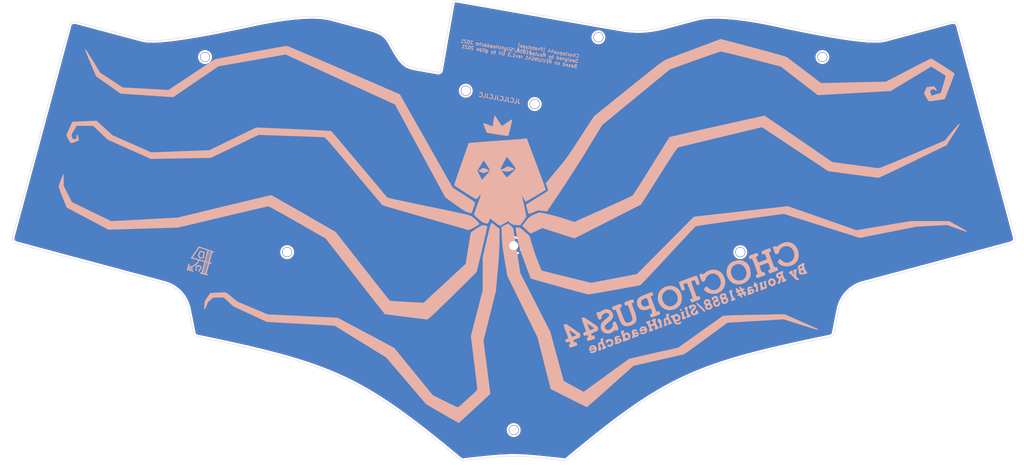
<source format=kicad_pcb>
(kicad_pcb (version 20171130) (host pcbnew "(5.1.9)-1")
  (title_block (title "Choctopus44 bottom plate") (date 2021-07-05) (rev "1.0 Prototype"))
  (layers (0 F.Cu signal) (31 B.Cu signal) (34 B.Paste user hide) (35 F.Paste user) (36 B.SilkS user) (37 F.SilkS user) (38 B.Mask user) (39 F.Mask user) (44 Edge.Cuts user))
  (net 0 "")
  (net 1 GND)
  (module MountingHole:MountingHole_2.2mm_M2_ISO14580_Pad (layer F.Cu) (at 133 72)
    (fp_text reference H12)
    (fp_text value H12)
    (pad 1 thru_hole circle (at 0 0) (size 2.4 2.4) (drill 2.2) (layers *.Cu *.Mask))
  )
  (module MountingHole:MountingHole_2.2mm_M2_ISO14580_Pad (layer F.Cu) (at 149.75 75.25)
    (fp_text reference H13)
    (fp_text value H13)
    (pad 1 thru_hole circle (at 0 0) (size 2.4 2.4) (drill 2.2) (layers *.Cu *.Mask))
  )
  (module MountingHole:MountingHole_2.2mm_M2_ISO14580_Pad (layer F.Cu) (at 165.25 59)
    (fp_text reference H14)
    (fp_text value H14)
    (pad 1 thru_hole circle (at 0 0) (size 2.4 2.4) (drill 2.2) (layers *.Cu *.Mask))
  )
  (module MountingHole:MountingHole_2.2mm_M2_ISO14580_Pad (layer F.Cu) (at 89.57 111.25 5)
    (fp_text reference H8)
    (fp_text value H8)
    (pad 1 thru_hole circle (at 0 0 5) (size 2.4 2.4) (drill 2.2) (layers *.Cu *.Mask))
  )
  (module MountingHole:MountingHole_2.2mm_M2_ISO14580_Pad (layer F.Cu) (at 199.75 111.25 5)
    (fp_text reference H8)
    (fp_text value H8)
    (pad 1 thru_hole circle (at 0 0 5) (size 2.4 2.4) (drill 2.2) (layers *.Cu *.Mask))
  )
  (module MountingHole:MountingHole_2.2mm_M2_ISO14580_Pad (layer F.Cu) (at 219.71 63.81 5)
    (fp_text reference H11)
    (fp_text value H11)
    (pad 1 thru_hole circle (at 0 0 5) (size 2.4 2.4) (drill 2.2) (layers *.Cu *.Mask))
  )
  (module MountingHole:MountingHole_2.2mm_M2_ISO14580_Pad (layer F.Cu) (at 144.66 154.5)
    (fp_text reference H6)
    (fp_text value H6)
    (pad 1 thru_hole circle (at 0 0) (size 2.4 2.4) (drill 2.2) (layers *.Cu *.Mask))
  )
  (module MountingHole:MountingHole_2.2mm_M2_ISO14580_Pad (layer F.Cu) (at 69.61 63.81 355)
    (fp_text reference H1)
    (fp_text value H1)
    (pad 1 thru_hole circle (at 0 0 355) (size 2.4 2.4) (drill 2.2) (layers *.Cu *.Mask))
  )
  (module "keyboard stuff:choctopus205-v2" (layer B.Cu) (at 144.8 108.65 180)
    (fp_text reference G*** hide)
    (fp_text value LOGO hide)
  )
  (module "keyboard stuff:routa-logo-smallish" (layer B.Cu) (at 68.5 113.25 165)
    (fp_text reference G*** hide)
    (fp_text value LOGO hide)
  )
  (module MountingHole:MountingHole_2.2mm_M2_Pad (layer F.Cu) (at 144.66 109.68)
    (fp_text reference H1 hide)
    (fp_text value MountingHole)
    (pad 1 thru_hole circle (at 0 0) (size 3.6 3.6) (drill 2.2) (layers *.Cu *.Mask) (net 1 GND))
  )
  (gr_text JLCJLCJLCJLC (at 141.25 73.825 -10) (layer B.SilkS) (effects (font (size 1 1) (thickness 0.2)) (justify mirror)))
  (gr_text "Choctopus44 [Prototype]\nDesigned by Routa#1858/SlightHeadache 2021\nBased on REVIUNG41 rev1.3 GH by gtips 2021" (at 160.4 64.875 -10) (layer B.SilkS) (effects (font (size 0.8 0.8)) (justify left mirror)))
  (gr_line (start 100.2 54.425) (end 109.575 56.94) (layer Edge.Cuts) (width 0.1))
  (gr_line (start 189.125 54.425) (end 182.36 56.24) (layer Edge.Cuts) (width 0.1))
  (gr_line (start 235.375 59.45) (end 250.995 55.27) (layer Edge.Cuts) (width 0.1))
  (gr_curve (pts (xy 209.995 56.24) (xy 231.95 60.9) (xy 234 59.75) (xy 235.375 59.45)) (layer Edge.Cuts) (width 0.1))
  (gr_curve (pts (xy 189.125 54.425) (xy 195.355 52.83) (xy 208.055 55.82) (xy 209.995 56.24)) (layer Edge.Cuts) (width 0.1))
  (gr_curve (pts (xy 79.33 56.24) (xy 57.375 60.9) (xy 55.25 59.75) (xy 53.95 59.45)) (layer Edge.Cuts) (width 0.1))
  (gr_line (start 53.95 59.45) (end 38.33 55.27) (layer Edge.Cuts) (width 0.1))
  (gr_curve (pts (xy 100.2 54.425) (xy 93.97 52.83) (xy 81.27 55.82) (xy 79.33 56.24)) (layer Edge.Cuts) (width 0.1))
  (gr_curve (pts (xy 66.78 130.91) (xy 66.96 131.75) (xy 67.46 131.78) (xy 68.275 131.95)) (layer Edge.Cuts) (width 0.1))
  (gr_line (start 36.6 56.1) (end 22.78 107.55) (layer Edge.Cuts) (width 0.1))
  (gr_curve (pts (xy 38.33 55.27) (xy 37.81 55.13) (xy 36.83 55.22) (xy 36.6 56.1)) (layer Edge.Cuts) (width 0.1))
  (gr_curve (pts (xy 22.78 107.55) (xy 22.54 108.61) (xy 23.31 109.05) (xy 23.82 109.19)) (layer Edge.Cuts) (width 0.1))
  (gr_curve (pts (xy 266.54 107.55) (xy 266.78 108.61) (xy 266.01 109.05) (xy 265.5 109.19)) (layer Edge.Cuts) (width 0.1))
  (gr_line (start 252.72 56.1) (end 266.54 107.55) (layer Edge.Cuts) (width 0.1))
  (gr_curve (pts (xy 250.99 55.27) (xy 251.51 55.13) (xy 252.49 55.22) (xy 252.72 56.1)) (layer Edge.Cuts) (width 0.1))
  (gr_curve (pts (xy 132.23 161.91) (xy 144.7 160.53) (xy 144.62 160.53) (xy 157.09 161.91)) (layer Edge.Cuts) (width 0.1))
  (gr_curve (pts (xy 157.09 161.91) (xy 157.46 161.96) (xy 157.79 161.58) (xy 158.39 161.08)) (layer Edge.Cuts) (width 0.1))
  (gr_curve (pts (xy 65.67 125.32) (xy 64.93 121.55) (xy 62.24 119.39) (xy 59.34 118.71)) (layer Edge.Cuts) (width 0.1))
  (gr_line (start 65.67 125.32) (end 66.78 130.91) (layer Edge.Cuts) (width 0.1))
  (gr_curve (pts (xy 222.54 130.91) (xy 222.36 131.75) (xy 221.86 131.78) (xy 221.045 131.95)) (layer Edge.Cuts) (width 0.1))
  (gr_curve (pts (xy 223.65 125.32) (xy 224.39 121.55) (xy 227.08 119.39) (xy 229.98 118.71)) (layer Edge.Cuts) (width 0.1))
  (gr_line (start 223.65 125.32) (end 222.54 130.91) (layer Edge.Cuts) (width 0.1))
  (gr_curve (pts (xy 132.23 161.91) (xy 131.86 161.96) (xy 131.53 161.58) (xy 130.93 161.08)) (layer Edge.Cuts) (width 0.1))
  (gr_line (start 265.5 109.19) (end 229.98 118.71) (layer Edge.Cuts) (width 0.1))
  (gr_curve (pts (xy 221.045 131.95) (xy 189.07 138.55) (xy 181.795 141.65) (xy 158.39 161.08)) (layer Edge.Cuts) (width 0.1))
  (gr_curve (pts (xy 169.93 56.87) (xy 173.9 57.59) (xy 176.86 57.75) (xy 182.36 56.24)) (layer Edge.Cuts) (width 0.1))
  (gr_curve (pts (xy 126.06 67.47) (xy 126.59 67.57) (xy 126.85 67.37) (xy 126.92 66.94)) (layer Edge.Cuts) (width 0.1))
  (gr_curve (pts (xy 115.75 62.33) (xy 118.09 66.36) (xy 119 66.2) (xy 122.75 66.89)) (layer Edge.Cuts) (width 0.1))
  (gr_curve (pts (xy 115.75 62.33) (xy 113.77 58.82) (xy 113.61 58.07) (xy 109.575 56.94)) (layer Edge.Cuts) (width 0.1))
  (gr_line (start 23.82 109.19) (end 59.34 118.71) (layer Edge.Cuts) (width 0.1))
  (gr_curve (pts (xy 126.06 67.47) (xy 126.06 67.47) (xy 126.06 67.47) (xy 122.75 66.89)) (layer Edge.Cuts) (width 0.1))
  (gr_curve (pts (xy 169.93 56.87) (xy 162.8 55.65) (xy 130.77 50) (xy 130.77 50.01)) (layer Edge.Cuts) (width 0.1))
  (gr_curve (pts (xy 68.275 131.95) (xy 100.25 138.55) (xy 107.525 141.65) (xy 130.93 161.08)) (layer Edge.Cuts) (width 0.1))
  (gr_curve (pts (xy 129.8 50.5) (xy 126.92 66.94) (xy 126.92 66.94) (xy 126.92 66.94)) (layer Edge.Cuts) (width 0.1))
  (gr_curve (pts (xy 130.77 50.01) (xy 130.42 49.95) (xy 129.9 50) (xy 129.8 50.5)) (layer Edge.Cuts) (width 0.1))
  (zone (net 1) (net_name GND) (layer F.Cu) (connect_pads (clearance 0.508)) (min_thickness 0.254) (fill yes (arc_segments 32) (thermal_gap 0.508) (thermal_bridge_width 0.508))
    (polygon (pts (xy 36.3 53.9) (xy 56.39 59.22) (xy 59.46 59.23) (xy 62.55 58.92) (xy 75 55.75) (xy 83.07 53.81) (xy 92.9 53.2) (xy 100.6 53.45) (xy 113.3 58.05) (xy 119.525 65.7) (xy 126.625 67.35) (xy 129.8 50.5) (xy 129.9 50.2) (xy 130.28 50.03) (xy 130.76 49.99) (xy 175.85 54.925) (xy 192.75 53.5) (xy 199.7 53.9) (xy 205 54.4) (xy 211.8 55.6) (xy 218 57.2) (xy 225.64 58.75) (xy 227.87 58.95) (xy 231.2 59.18) (xy 233.33 59.13) (xy 238.01 58.54) (xy 245.5 56.5) (xy 253.76 54.26) (xy 268.74 109.05) (xy 254.67 112.68) (xy 239.85 116.53) (xy 231.41 118.75) (xy 228.3 119.7) (xy 227 120.6) (xy 226.2 121.5) (xy 225.5 122.5) (xy 224.9 123.8) (xy 224.4 125.5) (xy 224.1 128.2) (xy 224 130.5) (xy 224.2 132.5) (xy 216.3 133.8) (xy 208.5 135.4) (xy 202.6 136.9) (xy 197 138.6) (xy 192.2 140.4) (xy 188.2 142.2) (xy 183.2 144.8) (xy 176.9 148.8) (xy 170.6 153.5) (xy 164.3 158.7) (xy 159.3 163.005) (xy 149.8 162.1) (xy 145 161.9) (xy 139.7 162.1) (xy 130.8 163) (xy 124.2 157.5) (xy 117.4 152.2) (xy 112.2 148.5) (xy 107.2 145.4) (xy 103.7 143.5) (xy 99.3 141.4) (xy 93.5 139.2) (xy 87.6 137.5) (xy 80.3 135.8) (xy 72.2 134.3) (xy 64.4 133) (xy 64.6 131.2) (xy 64.7 129.4) (xy 64.4 126.3) (xy 63.9 124.5) (xy 63.1 122.9) (xy 61.5 121.1) (xy 59.7 119.9) (xy 56.3 119.2) (xy 48.6 117.1) (xy 40 114.6) (xy 32.6 112.5) (xy 26.7 110.8) (xy 19.76 109.2)))
  )
  (zone (net 1) (net_name GND) (layer B.Cu) (connect_pads (clearance 0.508)) (min_thickness 0.254) (fill yes (arc_segments 32) (thermal_gap 0.508) (thermal_bridge_width 0.508))
    (polygon (pts (xy 36.29 53.91) (xy 56.44 59.24) (xy 59.38 59.25) (xy 62.55 58.94) (xy 75 55.75) (xy 83.21 53.84) (xy 92.1 53.3) (xy 100.6 53.5) (xy 113.3 58.05) (xy 119.525 65.7) (xy 126.625 67.35) (xy 129.8 50.5) (xy 130 50.1) (xy 130.41 49.99) (xy 130.9 50.03) (xy 175.65 54.9) (xy 192.75 53.5) (xy 200.09673 53.9) (xy 204.2 54.3) (xy 209.6 55.2) (xy 215.7 56.6) (xy 225.72 58.69) (xy 229.05 58.98) (xy 232.57 59.18) (xy 238.06 58.52) (xy 245.5 56.5) (xy 253.8 54.24) (xy 268.74 109.05) (xy 244.75 115.25) (xy 231.3 118.75) (xy 228.8 119.5) (xy 227.6 120.1) (xy 226.5 121.1) (xy 225.8 122) (xy 225 123.5) (xy 224.4 125.6) (xy 224.1 127.6) (xy 224 130.5) (xy 224.2 132.5) (xy 213.2 134.4) (xy 204.8 136.3) (xy 198.8 138) (xy 194.2 139.6) (xy 190.1 141.3) (xy 185.4 143.6) (xy 180.9 146.2) (xy 177.2 148.6) (xy 170.2 153.8) (xy 164.3 158.7) (xy 159.3 163) (xy 150.9 162.2) (xy 146.6 161.9) (xy 143.2 161.9) (xy 139.2 162.2) (xy 130.8 162.98) (xy 127.7 160.4) (xy 124.3 157.6) (xy 120.2 154.3) (xy 114.8 150.3) (xy 110.6 147.5) (xy 106.4 144.9) (xy 101.9 142.6) (xy 98.5 141.1) (xy 93.5 139.2) (xy 86.8 137.3) (xy 80.4 135.8) (xy 72.4 134.3) (xy 64.4 133) (xy 64.7 129.8) (xy 64.6 128.1) (xy 64.4 126.2) (xy 63.9 124.5) (xy 63.1 122.9) (xy 61.5 121.1) (xy 59.6 119.9) (xy 55.1 118.9) (xy 48.3 117) (xy 38.2 114.1) (xy 26.7 110.8) (xy 19.77 109.22)))
  )
)
</source>
